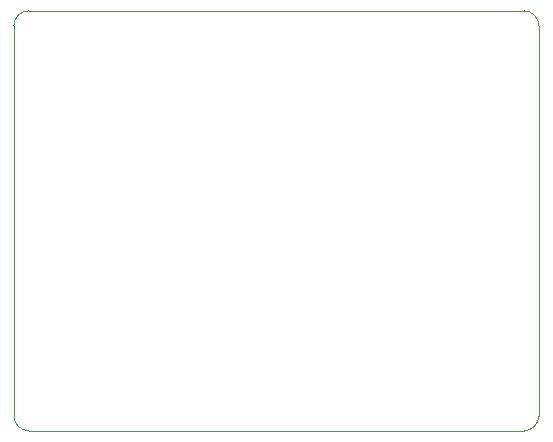
<source format=gbr>
%TF.GenerationSoftware,KiCad,Pcbnew,(5.1.12-1-10_14)*%
%TF.CreationDate,2021-11-30T09:14:07+08:00*%
%TF.ProjectId,Pragmatic,50726167-6d61-4746-9963-2e6b69636164,V0.3*%
%TF.SameCoordinates,Original*%
%TF.FileFunction,Profile,NP*%
%FSLAX46Y46*%
G04 Gerber Fmt 4.6, Leading zero omitted, Abs format (unit mm)*
G04 Created by KiCad (PCBNEW (5.1.12-1-10_14)) date 2021-11-30 09:14:07*
%MOMM*%
%LPD*%
G01*
G04 APERTURE LIST*
%TA.AperFunction,Profile*%
%ADD10C,0.120000*%
%TD*%
G04 APERTURE END LIST*
D10*
X160655000Y-44450000D02*
G75*
G02*
X161925000Y-45720000I0J-1270000D01*
G01*
X117475000Y-45720000D02*
G75*
G02*
X118745000Y-44450000I1270000J0D01*
G01*
X118745000Y-80010000D02*
G75*
G02*
X117475000Y-78740000I0J1270000D01*
G01*
X161925000Y-78740000D02*
G75*
G02*
X160655000Y-80010000I-1270000J0D01*
G01*
X117475000Y-78740000D02*
X117475000Y-45720000D01*
X160655000Y-80010000D02*
X118745000Y-80010000D01*
X161925000Y-45720000D02*
X161925000Y-78740000D01*
X118745000Y-44450000D02*
X160655000Y-44450000D01*
M02*

</source>
